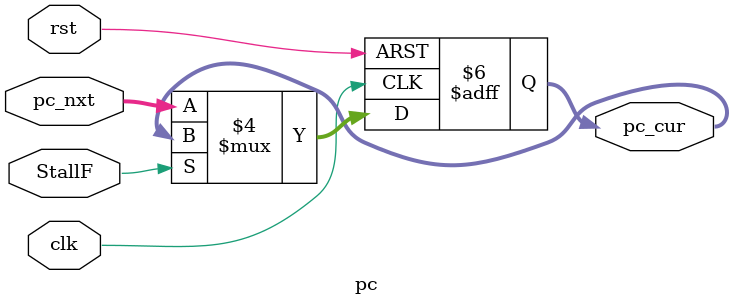
<source format=v>
`timescale 1ns / 1ps


module pc(pc_cur, pc_nxt, clk, rst, StallF);

    input clk, rst;
    input StallF; 
    input [31:0] pc_nxt;
    output reg [31:0] pc_cur;
    
    always @(posedge clk or negedge rst) begin
        if (!rst) pc_cur <= 0;
        else if (StallF==0) pc_cur <= pc_nxt;
    end
    
endmodule

</source>
